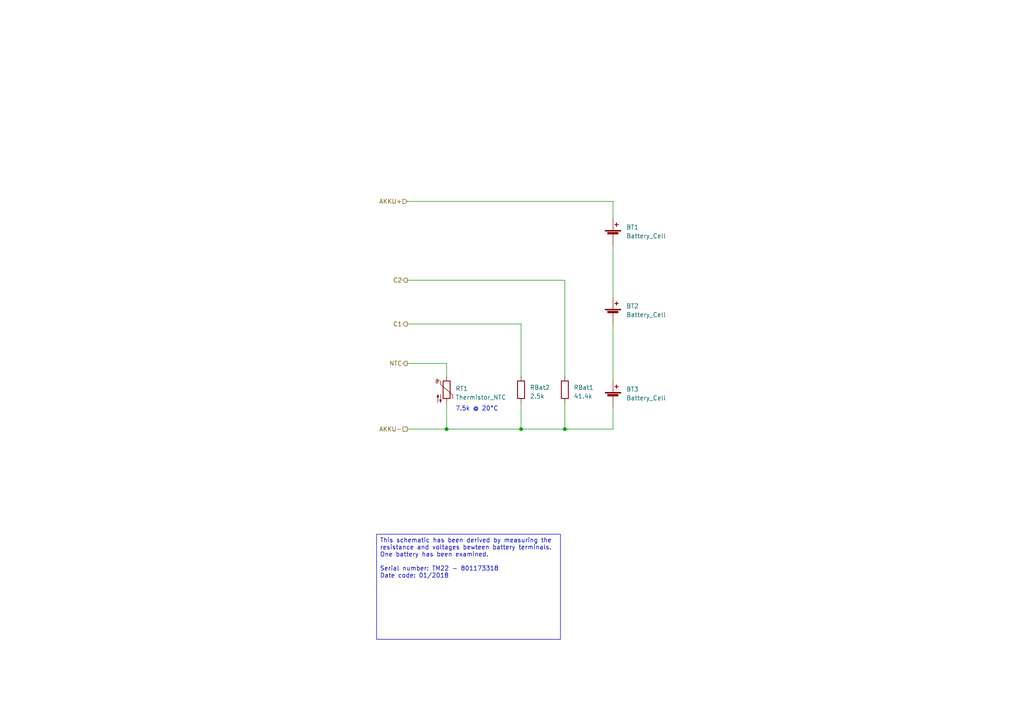
<source format=kicad_sch>
(kicad_sch (version 20230121) (generator eeschema)
  (paper "A4")
  (title_block (date "2023-09-22") (company "Dremel") (comment 2 "Rated voltage: 12 V") (comment 3 "Rated Capacity: 24 Wh, 2.0 Ah"))
  (lib_symbols
    (symbol "Device:Battery_Cell" (pin_numbers hide) (pin_names (offset 0) hide)
      (property "Reference" "BT" (at 2.54 2.54 0))
      (property "Value" "Battery_Cell" (at 2.54 0 0))
      (symbol "Battery_Cell_0_1"
        (rectangle (start -2.286 1.778) (end 2.286 1.524) (fill (type outline)))
        (rectangle (start -1.5748 1.1938) (end 1.4732 0.6858) (fill (type outline)))
        (polyline (pts (xy 0 0.762) (xy 0 0)))
        (polyline (pts (xy 0 1.778) (xy 0 2.54)))
        (polyline (pts (xy 0.508 3.429) (xy 1.524 3.429)) (stroke (width 0.254)))
        (polyline (pts (xy 1.016 3.937) (xy 1.016 2.921)) (stroke (width 0.254)))
      )
      (symbol "Battery_Cell_1_1"
        (pin passive line (at 0 5.08 270) (length 2.54) (name "+") (number "1"))
        (pin passive line (at 0 -2.54 90) (length 2.54) (name "-") (number "2"))
      )
    )
    (symbol "Device:R" (pin_numbers hide) (pin_names (offset 0))
      (property "Reference" "R" (at 2.032 0 90))
      (property "Value" "R" (at 0 0 90))
      (symbol "R_0_1"
        (rectangle (start -1.016 -2.54) (end 1.016 2.54) (stroke (width 0.254)))
      )
      (symbol "R_1_1"
        (pin passive line (at 0 3.81 270) (length 1.27) (name "~") (number "1"))
        (pin passive line (at 0 -3.81 90) (length 1.27) (name "~") (number "2"))
      )
    )
    (symbol "Device:Thermistor_NTC" (pin_numbers hide) (pin_names (offset 0))
      (property "Reference" "TH" (at -4.445 0 90))
      (property "Value" "Thermistor_NTC" (at 3.175 0 90))
      (symbol "Thermistor_NTC_0_1"
        (arc (start -3.048 2.159) (mid -3.0495 2.3143) (end -3.175 2.413))
        (arc (start -3.048 2.159) (mid -2.9736 1.9794) (end -2.794 1.905))
        (arc (start -3.048 2.794) (mid -2.9736 2.6144) (end -2.794 2.54))
        (arc (start -2.794 1.905) (mid -2.6144 1.9794) (end -2.54 2.159))
        (arc (start -2.794 2.54) (mid -2.4393 2.5587) (end -2.159 2.794))
        (arc (start -2.794 3.048) (mid -2.9736 2.9736) (end -3.048 2.794))
        (arc (start -2.54 2.794) (mid -2.6144 2.9736) (end -2.794 3.048))
        (rectangle (start -1.016 2.54) (end 1.016 -2.54) (stroke (width 0.254)))
        (polyline (pts (xy -2.54 2.159) (xy -2.54 2.794)))
        (polyline (pts (xy -1.778 2.54) (xy -1.778 1.524) (xy 1.778 -1.524) (xy 1.778 -2.54)))
        (polyline (pts (xy -2.54 -3.683) (xy -2.54 -1.397) (xy -2.794 -2.159) (xy -2.286 -2.159) (xy -2.54 -1.397) (xy -2.54 -1.651)) (fill (type outline)))
        (polyline (pts (xy -1.778 -1.397) (xy -1.778 -3.683) (xy -2.032 -2.921) (xy -1.524 -2.921) (xy -1.778 -3.683) (xy -1.778 -3.429)) (fill (type outline)))
      )
      (symbol "Thermistor_NTC_1_1"
        (pin passive line (at 0 3.81 270) (length 1.27) (name "~") (number "1"))
        (pin passive line (at 0 -3.81 90) (length 1.27) (name "~") (number "2"))
      )
    )
  )
  (junction (at 129.54 124.46))
  (junction (at 163.83 124.46))
  (junction (at 151.13 124.46))
  (wire (pts (xy 118.11 105.41) (xy 129.54 105.41)))
  (wire (pts (xy 177.8 93.98) (xy 177.8 110.49)))
  (wire (pts (xy 129.54 116.84) (xy 129.54 124.46)))
  (wire (pts (xy 118.11 124.46) (xy 129.54 124.46)))
  (wire (pts (xy 118.11 81.28) (xy 163.83 81.28)))
  (wire (pts (xy 177.8 58.42) (xy 177.8 63.5)))
  (wire (pts (xy 118.11 93.98) (xy 151.13 93.98)))
  (wire (pts (xy 177.8 71.12) (xy 177.8 86.36)))
  (wire (pts (xy 151.13 93.98) (xy 151.13 109.22)))
  (wire (pts (xy 118.11 58.42) (xy 177.8 58.42)))
  (wire (pts (xy 151.13 116.84) (xy 151.13 124.46)))
  (wire (pts (xy 151.13 124.46) (xy 163.83 124.46)))
  (wire (pts (xy 129.54 124.46) (xy 151.13 124.46)))
  (wire (pts (xy 163.83 116.84) (xy 163.83 124.46)))
  (wire (pts (xy 163.83 109.22) (xy 163.83 81.28)))
  (wire (pts (xy 177.8 124.46) (xy 177.8 118.11)))
  (wire (pts (xy 129.54 105.41) (xy 129.54 109.22)))
  (wire (pts (xy 163.83 124.46) (xy 177.8 124.46)))
  (text_box "This schematic has been derived by measuring the resistance and voltages bewteen battery terminals.\nOne battery has been examined.\n\nSerial number: TM22 - 801173318\nDate code: 01/2018\n\n" (at 109.22 154.94 0) (size 53.34 30.48) (effects (font (size 1.27 1.27)) (justify left top)))
  (text "7.5k @ 20°C" (at 132.08 119.38 0) (effects (font (size 1.27 1.27)) (justify left bottom)))
  (hierarchical_label "C2" (shape output) (at 118.11 81.28 180))
  (hierarchical_label "AKKU-" (shape passive) (at 118.11 124.46 180))
  (hierarchical_label "C1" (shape output) (at 118.11 93.98 180))
  (hierarchical_label "AKKU+" (shape input) (at 118.11 58.42 180))
  (hierarchical_label "NTC" (shape output) (at 118.11 105.41 180))
  (symbol (lib_id "Device:Battery_Cell") (at 177.8 68.58 0) (unit 1) (on_board no)
    (property "Reference" "BT1" (at 181.61 65.913 0) (effects (justify left)))
    (property "Value" "Battery_Cell" (at 181.61 68.453 0) (effects (justify left)))
  )
  (symbol (lib_id "Device:R") (at 151.13 113.03 0) (unit 1) (on_board no)
    (property "Reference" "RBat2" (at 153.67 112.395 0) (effects (justify left)))
    (property "Value" "2.5k" (at 153.67 114.935 0) (effects (justify left)))
    (property "Footprint" "Resistor_THT:R_Axial_DIN0207_L6.3mm_D2.5mm_P10.16mm_Horizontal" (effects hide))
    (instances (project "Dremel_PCB1857_V1" (path "" (reference "RBat2") (unit 1)) (path "" (reference "RBat1") (unit 1))))
  )
  (symbol (lib_id "Device:Battery_Cell") (at 177.8 91.44 0) (unit 1) (on_board no)
    (property "Reference" "BT2" (at 181.61 88.773 0) (effects (justify left)))
    (property "Value" "Battery_Cell" (at 181.61 91.313 0) (effects (justify left)))
  )
  (symbol (lib_id "Device:Battery_Cell") (at 177.8 115.57 0) (unit 1) (on_board no)
    (property "Reference" "BT3" (at 181.61 112.903 0) (effects (justify left)))
    (property "Value" "Battery_Cell" (at 181.61 115.443 0) (effects (justify left)))
  )
  (symbol (lib_id "Device:R") (at 163.83 113.03 0) (unit 1) (on_board no)
    (property "Reference" "RBat1" (at 166.37 112.395 0) (effects (justify left)))
    (property "Value" "41.4k" (at 166.37 114.935 0) (effects (justify left)))
    (property "Footprint" "Resistor_THT:R_Axial_DIN0207_L6.3mm_D2.5mm_P10.16mm_Horizontal" (effects hide))
    (instances (project "Dremel_PCB1857_V1" (path "" (reference "RBat1") (unit 1)) (path "" (reference "RBat2") (unit 1))))
  )
  (symbol (lib_id "Device:Thermistor_NTC") (at 129.54 113.03 0) (unit 1) (on_board no)
    (property "Reference" "RT1" (at 132.08 112.7125 0) (effects (justify left)))
    (property "Value" "Thermistor_NTC" (at 132.08 115.2525 0) (effects (justify left)))
  )
)
</source>
